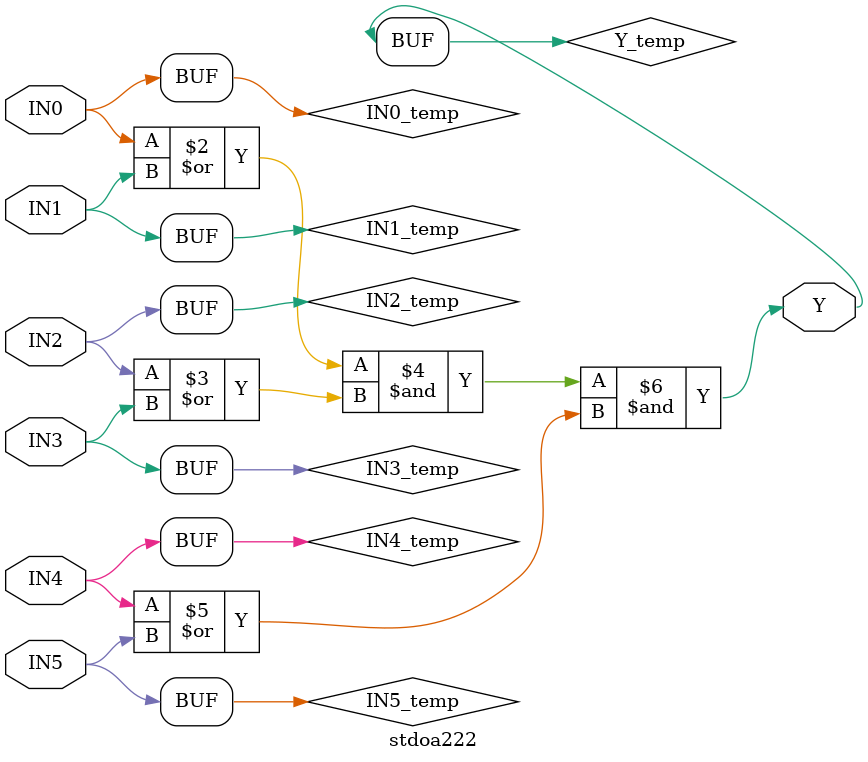
<source format=v>
module stdoa222(IN0,IN1,IN2,IN3,IN4,IN5,Y);
  parameter
        d_IN0_r = 0,
        d_IN0_f = 0,
        d_IN1_r = 0,
        d_IN1_f = 0,
        d_IN2_r = 0,
        d_IN2_f = 0,
        d_IN3_r = 0,
        d_IN3_f = 0,
        d_IN4_r = 0,
        d_IN4_f = 0,
        d_IN5_r = 0,
        d_IN5_f = 0,
        d_Y_r = 1,
        d_Y_f = 1;
  input  IN0;
  input  IN1;
  input  IN2;
  input  IN3;
  input  IN4;
  input  IN5;
  output  Y;
  wire  IN0_temp;
  wire  IN1_temp;
  wire  IN2_temp;
  wire  IN3_temp;
  wire  IN4_temp;
  wire  IN5_temp;
  reg  Y_temp;
  assign #(d_IN0_r,d_IN0_f) IN0_temp = IN0;
  assign #(d_IN1_r,d_IN1_f) IN1_temp = IN1;
  assign #(d_IN2_r,d_IN2_f) IN2_temp = IN2;
  assign #(d_IN3_r,d_IN3_f) IN3_temp = IN3;
  assign #(d_IN4_r,d_IN4_f) IN4_temp = IN4;
  assign #(d_IN5_r,d_IN5_f) IN5_temp = IN5;
  assign #(d_Y_r,d_Y_f) Y = Y_temp;
  always
    @(IN0_temp or IN1_temp or IN2_temp or IN3_temp or IN4_temp or IN5_temp)
      begin
      Y_temp = (((IN0_temp | IN1_temp) & (IN2_temp | IN3_temp)) & (IN4_temp | IN5_temp));
      end
endmodule

</source>
